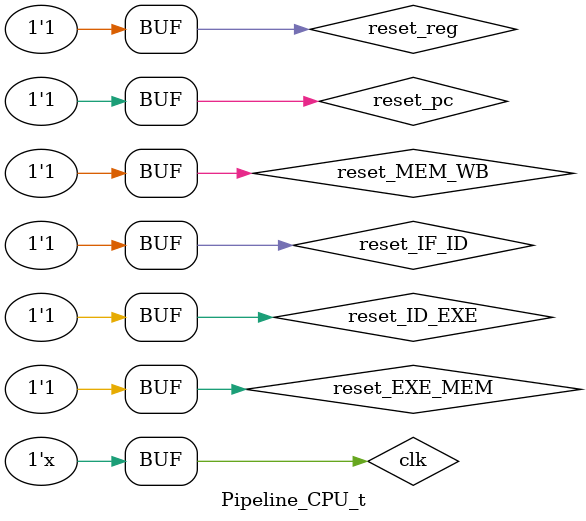
<source format=v>
`timescale 1ns / 1ps


module Pipeline_CPU_t;

	// Inputs
	reg clk;
	reg reset_pc;
	reg reset_reg;
	reg reset_IF_ID;
	reg reset_ID_EXE;
	reg reset_EXE_MEM;
	reg reset_MEM_WB;

	// Outputs
	wire [31:0] pc;
	wire [31:0] inst;
	wire [31:0] result;

	// Instantiate the Unit Under Test (UUT)
	Pipeline_CPU uut (
		.clk(clk), 
		.reset_pc(reset_pc), 
		.reset_reg(reset_reg), 
		.reset_IF_ID(reset_IF_ID), 
		.reset_ID_EXE(reset_ID_EXE), 
		.reset_EXE_MEM(reset_EXE_MEM), 
		.reset_MEM_WB(reset_MEM_WB), 
		.pc(pc), 
		.inst(inst), 
		.result(result)
	);

	initial begin
		// Initialize Inputs
		clk = 0;
		reset_pc = 0;
		reset_reg = 0;
		reset_IF_ID = 0;
		reset_ID_EXE = 0;
		reset_EXE_MEM = 0;
		reset_MEM_WB = 0;

		// Wait 100 ns for global reset to finish
		#50;
      reset_pc = 1;
		reset_reg = 1;
		reset_IF_ID = 1;
		reset_ID_EXE = 1;
		reset_EXE_MEM = 1;
		reset_MEM_WB = 1;
			
		// Add stimulus here

	end
 
always #25 clk = ~clk; 
endmodule


</source>
